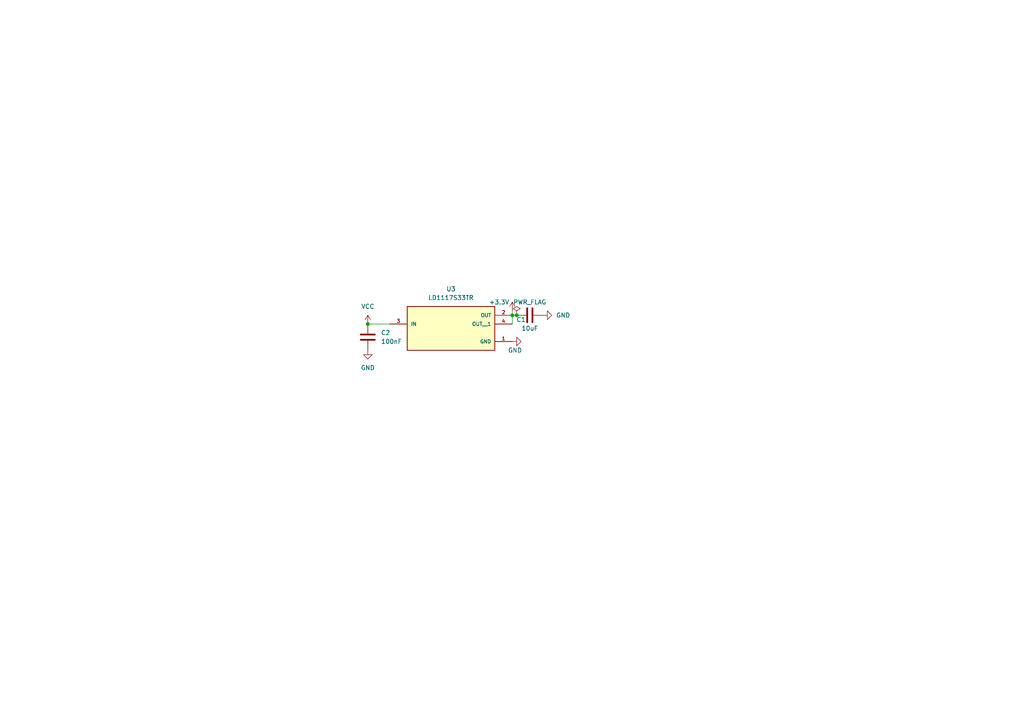
<source format=kicad_sch>
(kicad_sch (version 20230121) (generator eeschema)
  (paper "A4")
  (lib_symbols
    (symbol "Device:C" (pin_numbers hide) (pin_names (offset 0.254))
      (property "Reference" "C" (at 0.635 2.54 0))
      (property "Value" "C" (at 0.635 -2.54 0))
      (symbol "C_0_1"
        (polyline (pts (xy -2.032 -0.762) (xy 2.032 -0.762)) (stroke (width 0.508)))
        (polyline (pts (xy -2.032 0.762) (xy 2.032 0.762)) (stroke (width 0.508)))
      )
      (symbol "C_1_1"
        (pin passive line (at 0 3.81 270) (length 2.794) (name "~") (number "1"))
        (pin passive line (at 0 -3.81 90) (length 2.794) (name "~") (number "2"))
      )
    )
    (symbol "LD1117S33TR:LD1117S33TR" (pin_names (offset 1.016))
      (property "Reference" "U" (at -10.1695 7.6271 0))
      (property "Value" "LD1117S33TR" (at -12.7227 -10.1736 0))
      (symbol "LD1117S33TR_0_0"
        (rectangle (start -12.7 -7.62) (end 12.7 5.08) (stroke (width 0.254)) (fill (type background)))
        (pin power_in line (at 17.78 -5.08 180) (length 5.08) (name "GND") (number "1"))
        (pin output line (at 17.78 2.54 180) (length 5.08) (name "OUT") (number "2"))
        (pin input line (at -17.78 0 0) (length 5.08) (name "IN") (number "3"))
        (pin output line (at 17.78 0 180) (length 5.08) (name "OUT__1") (number "4"))
      )
    )
    (symbol "power:+3.3V" (power) (pin_names (offset 0))
      (property "Value" "+3.3V" (at 0 3.556 0))
      (symbol "+3.3V_0_1"
        (polyline (pts (xy -0.762 1.27) (xy 0 2.54)))
        (polyline (pts (xy 0 0) (xy 0 2.54)))
        (polyline (pts (xy 0 2.54) (xy 0.762 1.27)))
      )
      (symbol "+3.3V_1_1"
        (pin power_in line (at 0 0 90) (length 0) hide (name "+3.3V") (number "1"))
      )
    )
    (symbol "power:GND" (power) (pin_names (offset 0))
      (property "Value" "GND" (at 0 -3.81 0))
      (symbol "GND_0_1"
        (polyline (pts (xy 0 0) (xy 0 -1.27) (xy 1.27 -1.27) (xy 0 -2.54) (xy -1.27 -1.27) (xy 0 -1.27)))
      )
      (symbol "GND_1_1"
        (pin power_in line (at 0 0 270) (length 0) hide (name "GND") (number "1"))
      )
    )
    (symbol "power:PWR_FLAG" (power) (pin_numbers hide) (pin_names (offset 0) hide)
      (property "Value" "PWR_FLAG" (at 0 3.81 0))
      (symbol "PWR_FLAG_0_0"
        (pin power_out line (at 0 0 90) (length 0) (name "pwr") (number "1"))
      )
      (symbol "PWR_FLAG_0_1"
        (polyline (pts (xy 0 0) (xy 0 1.27) (xy -1.016 1.905) (xy 0 2.54) (xy 1.016 1.905) (xy 0 1.27)))
      )
    )
    (symbol "power:VCC" (power) (pin_names (offset 0))
      (property "Value" "VCC" (at 0 3.81 0))
      (symbol "VCC_0_1"
        (polyline (pts (xy -0.762 1.27) (xy 0 2.54)))
        (polyline (pts (xy 0 0) (xy 0 2.54)))
        (polyline (pts (xy 0 2.54) (xy 0.762 1.27)))
      )
      (symbol "VCC_1_1"
        (pin power_in line (at 0 0 90) (length 0) hide (name "VCC") (number "1"))
      )
    )
  )
  (junction (at 149.86 91.44))
  (junction (at 106.68 93.98))
  (junction (at 148.59 91.44))
  (wire (pts (xy 148.59 90.17) (xy 148.59 91.44)))
  (wire (pts (xy 106.68 93.98) (xy 113.03 93.98)))
  (wire (pts (xy 148.59 91.44) (xy 148.59 93.98)))
  (wire (pts (xy 149.86 91.44) (xy 148.59 91.44)))
  (symbol (lib_id "LD1117S33TR:LD1117S33TR") (at 130.81 93.98 0) (unit 1)
    (property "Reference" "U3" (at 130.81 83.82 0))
    (property "Value" "LD1117S33TR" (at 130.81 86.36 0))
    (property "Footprint" "revparts2:SOT230P700X180-4N" (effects hide))
    (property "MANUFACTURER" "ST Microelectronics" (effects hide))
  )
  (symbol (lib_id "power:GND") (at 157.48 91.44 90) (unit 1)
    (property "Reference" "#PWR05" (effects hide))
    (property "Value" "GND" (at 161.29 91.44 90) (effects (justify right)))
  )
  (symbol (lib_id "power:PWR_FLAG") (at 149.86 91.44 0) (unit 1)
    (property "Reference" "#FLG03" (effects hide))
    (property "Value" "PWR_FLAG" (at 153.67 87.63 0))
  )
  (symbol (lib_id "power:GND") (at 148.59 99.06 90) (unit 1)
    (property "Reference" "#PWR02" (effects hide))
    (property "Value" "GND" (at 147.32 101.6 90) (effects (justify right)))
    (instances (project "Motor Programmer Rev. 2" (path "" (reference "#PWR02") (unit 1)) (path "" (reference "#PWR04") (unit 1))))
  )
  (symbol (lib_id "power:+3.3V") (at 148.59 90.17 0) (unit 1)
    (property "Reference" "#PWR01" (effects hide))
    (property "Value" "+3.3V" (at 144.78 87.63 0))
    (instances (project "Motor Programmer Rev. 2" (path "" (reference "#PWR01") (unit 1)) (path "" (reference "#PWR03") (unit 1))) (project "ESP32_S2_SOLO_N4 Kicad Reference Design" (path "" (reference "#PWR03") (unit 1))) (project "esp32" (path "" (reference "#PWR05") (unit 1))))
  )
  (symbol (lib_id "power:GND") (at 106.68 101.6 0) (unit 1)
    (property "Reference" "#PWR04" (effects hide))
    (property "Value" "GND" (at 106.68 106.68 0))
    (instances (project "Motor Programmer Rev. 2" (path "" (reference "#PWR04") (unit 1)) (path "" (reference "#PWR02") (unit 1))))
  )
  (symbol (lib_id "Device:C") (at 153.67 91.44 270) (unit 1)
    (property "Reference" "C1" (at 151.13 92.71 90))
    (property "Value" "10uF" (at 153.67 95.25 90))
    (property "Footprint" "Capacitor_SMD:C_0805_2012Metric" (effects hide))
    (instances (project "Motor Programmer Rev. 2" (path "" (reference "C1") (unit 1)) (path "" (reference "C2") (unit 1))))
  )
  (symbol (lib_id "Device:C") (at 106.68 97.79 0) (unit 1)
    (property "Reference" "C2" (at 110.49 96.52 0) (effects (justify left)))
    (property "Value" "100nF" (at 110.49 99.06 0) (effects (justify left)))
    (property "Footprint" "Capacitor_SMD:C_0402_1005Metric" (effects hide))
    (instances (project "Motor Programmer Rev. 2" (path "" (reference "C2") (unit 1)) (path "" (reference "C1") (unit 1))))
  )
  (symbol (lib_id "power:VCC") (at 106.68 93.98 0) (unit 1)
    (property "Reference" "#PWR01" (effects hide))
    (property "Value" "VCC" (at 106.68 88.9 0))
  )
)
</source>
